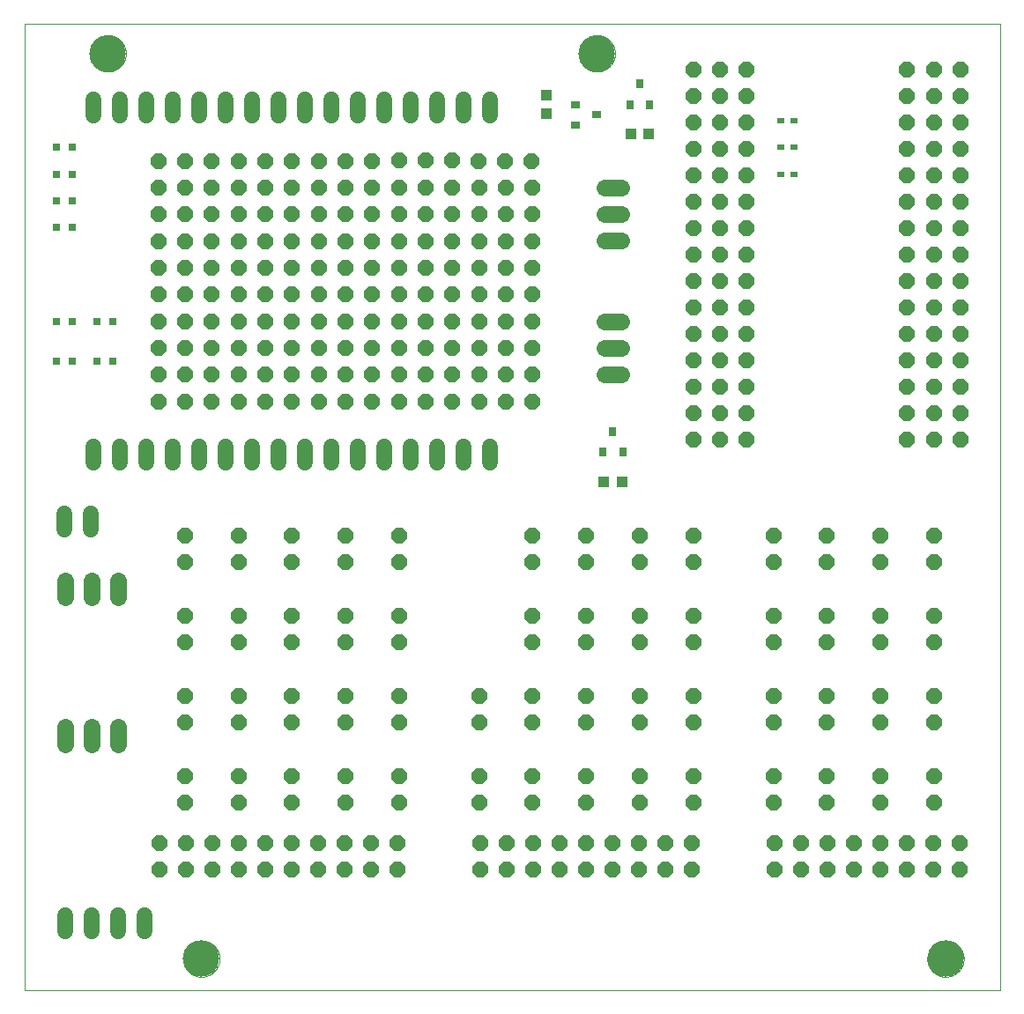
<source format=gts>
G75*
%MOIN*%
%OFA0B0*%
%FSLAX25Y25*%
%IPPOS*%
%LPD*%
%AMOC8*
5,1,8,0,0,1.08239X$1,22.5*
%
%ADD10C,0.00000*%
%ADD11C,0.13780*%
%ADD12OC8,0.06000*%
%ADD13C,0.06000*%
%ADD14C,0.06496*%
%ADD15R,0.03150X0.03150*%
%ADD16R,0.03543X0.03150*%
%ADD17R,0.04331X0.03937*%
%ADD18R,0.03150X0.03543*%
%ADD19R,0.03937X0.04331*%
%ADD20R,0.02756X0.01969*%
D10*
X0001347Y0001000D02*
X0001347Y0366551D01*
X0370402Y0366551D01*
X0370402Y0001000D01*
X0001347Y0001000D01*
X0061386Y0012811D02*
X0061388Y0012980D01*
X0061394Y0013149D01*
X0061405Y0013318D01*
X0061419Y0013486D01*
X0061438Y0013654D01*
X0061461Y0013822D01*
X0061487Y0013989D01*
X0061518Y0014155D01*
X0061553Y0014321D01*
X0061592Y0014485D01*
X0061636Y0014649D01*
X0061683Y0014811D01*
X0061734Y0014972D01*
X0061789Y0015132D01*
X0061848Y0015291D01*
X0061910Y0015448D01*
X0061977Y0015603D01*
X0062048Y0015757D01*
X0062122Y0015909D01*
X0062200Y0016059D01*
X0062281Y0016207D01*
X0062366Y0016353D01*
X0062455Y0016497D01*
X0062547Y0016639D01*
X0062643Y0016778D01*
X0062742Y0016915D01*
X0062844Y0017050D01*
X0062950Y0017182D01*
X0063059Y0017311D01*
X0063171Y0017438D01*
X0063286Y0017562D01*
X0063404Y0017683D01*
X0063525Y0017801D01*
X0063649Y0017916D01*
X0063776Y0018028D01*
X0063905Y0018137D01*
X0064037Y0018243D01*
X0064172Y0018345D01*
X0064309Y0018444D01*
X0064448Y0018540D01*
X0064590Y0018632D01*
X0064734Y0018721D01*
X0064880Y0018806D01*
X0065028Y0018887D01*
X0065178Y0018965D01*
X0065330Y0019039D01*
X0065484Y0019110D01*
X0065639Y0019177D01*
X0065796Y0019239D01*
X0065955Y0019298D01*
X0066115Y0019353D01*
X0066276Y0019404D01*
X0066438Y0019451D01*
X0066602Y0019495D01*
X0066766Y0019534D01*
X0066932Y0019569D01*
X0067098Y0019600D01*
X0067265Y0019626D01*
X0067433Y0019649D01*
X0067601Y0019668D01*
X0067769Y0019682D01*
X0067938Y0019693D01*
X0068107Y0019699D01*
X0068276Y0019701D01*
X0068445Y0019699D01*
X0068614Y0019693D01*
X0068783Y0019682D01*
X0068951Y0019668D01*
X0069119Y0019649D01*
X0069287Y0019626D01*
X0069454Y0019600D01*
X0069620Y0019569D01*
X0069786Y0019534D01*
X0069950Y0019495D01*
X0070114Y0019451D01*
X0070276Y0019404D01*
X0070437Y0019353D01*
X0070597Y0019298D01*
X0070756Y0019239D01*
X0070913Y0019177D01*
X0071068Y0019110D01*
X0071222Y0019039D01*
X0071374Y0018965D01*
X0071524Y0018887D01*
X0071672Y0018806D01*
X0071818Y0018721D01*
X0071962Y0018632D01*
X0072104Y0018540D01*
X0072243Y0018444D01*
X0072380Y0018345D01*
X0072515Y0018243D01*
X0072647Y0018137D01*
X0072776Y0018028D01*
X0072903Y0017916D01*
X0073027Y0017801D01*
X0073148Y0017683D01*
X0073266Y0017562D01*
X0073381Y0017438D01*
X0073493Y0017311D01*
X0073602Y0017182D01*
X0073708Y0017050D01*
X0073810Y0016915D01*
X0073909Y0016778D01*
X0074005Y0016639D01*
X0074097Y0016497D01*
X0074186Y0016353D01*
X0074271Y0016207D01*
X0074352Y0016059D01*
X0074430Y0015909D01*
X0074504Y0015757D01*
X0074575Y0015603D01*
X0074642Y0015448D01*
X0074704Y0015291D01*
X0074763Y0015132D01*
X0074818Y0014972D01*
X0074869Y0014811D01*
X0074916Y0014649D01*
X0074960Y0014485D01*
X0074999Y0014321D01*
X0075034Y0014155D01*
X0075065Y0013989D01*
X0075091Y0013822D01*
X0075114Y0013654D01*
X0075133Y0013486D01*
X0075147Y0013318D01*
X0075158Y0013149D01*
X0075164Y0012980D01*
X0075166Y0012811D01*
X0075164Y0012642D01*
X0075158Y0012473D01*
X0075147Y0012304D01*
X0075133Y0012136D01*
X0075114Y0011968D01*
X0075091Y0011800D01*
X0075065Y0011633D01*
X0075034Y0011467D01*
X0074999Y0011301D01*
X0074960Y0011137D01*
X0074916Y0010973D01*
X0074869Y0010811D01*
X0074818Y0010650D01*
X0074763Y0010490D01*
X0074704Y0010331D01*
X0074642Y0010174D01*
X0074575Y0010019D01*
X0074504Y0009865D01*
X0074430Y0009713D01*
X0074352Y0009563D01*
X0074271Y0009415D01*
X0074186Y0009269D01*
X0074097Y0009125D01*
X0074005Y0008983D01*
X0073909Y0008844D01*
X0073810Y0008707D01*
X0073708Y0008572D01*
X0073602Y0008440D01*
X0073493Y0008311D01*
X0073381Y0008184D01*
X0073266Y0008060D01*
X0073148Y0007939D01*
X0073027Y0007821D01*
X0072903Y0007706D01*
X0072776Y0007594D01*
X0072647Y0007485D01*
X0072515Y0007379D01*
X0072380Y0007277D01*
X0072243Y0007178D01*
X0072104Y0007082D01*
X0071962Y0006990D01*
X0071818Y0006901D01*
X0071672Y0006816D01*
X0071524Y0006735D01*
X0071374Y0006657D01*
X0071222Y0006583D01*
X0071068Y0006512D01*
X0070913Y0006445D01*
X0070756Y0006383D01*
X0070597Y0006324D01*
X0070437Y0006269D01*
X0070276Y0006218D01*
X0070114Y0006171D01*
X0069950Y0006127D01*
X0069786Y0006088D01*
X0069620Y0006053D01*
X0069454Y0006022D01*
X0069287Y0005996D01*
X0069119Y0005973D01*
X0068951Y0005954D01*
X0068783Y0005940D01*
X0068614Y0005929D01*
X0068445Y0005923D01*
X0068276Y0005921D01*
X0068107Y0005923D01*
X0067938Y0005929D01*
X0067769Y0005940D01*
X0067601Y0005954D01*
X0067433Y0005973D01*
X0067265Y0005996D01*
X0067098Y0006022D01*
X0066932Y0006053D01*
X0066766Y0006088D01*
X0066602Y0006127D01*
X0066438Y0006171D01*
X0066276Y0006218D01*
X0066115Y0006269D01*
X0065955Y0006324D01*
X0065796Y0006383D01*
X0065639Y0006445D01*
X0065484Y0006512D01*
X0065330Y0006583D01*
X0065178Y0006657D01*
X0065028Y0006735D01*
X0064880Y0006816D01*
X0064734Y0006901D01*
X0064590Y0006990D01*
X0064448Y0007082D01*
X0064309Y0007178D01*
X0064172Y0007277D01*
X0064037Y0007379D01*
X0063905Y0007485D01*
X0063776Y0007594D01*
X0063649Y0007706D01*
X0063525Y0007821D01*
X0063404Y0007939D01*
X0063286Y0008060D01*
X0063171Y0008184D01*
X0063059Y0008311D01*
X0062950Y0008440D01*
X0062844Y0008572D01*
X0062742Y0008707D01*
X0062643Y0008844D01*
X0062547Y0008983D01*
X0062455Y0009125D01*
X0062366Y0009269D01*
X0062281Y0009415D01*
X0062200Y0009563D01*
X0062122Y0009713D01*
X0062048Y0009865D01*
X0061977Y0010019D01*
X0061910Y0010174D01*
X0061848Y0010331D01*
X0061789Y0010490D01*
X0061734Y0010650D01*
X0061683Y0010811D01*
X0061636Y0010973D01*
X0061592Y0011137D01*
X0061553Y0011301D01*
X0061518Y0011467D01*
X0061487Y0011633D01*
X0061461Y0011800D01*
X0061438Y0011968D01*
X0061419Y0012136D01*
X0061405Y0012304D01*
X0061394Y0012473D01*
X0061388Y0012642D01*
X0061386Y0012811D01*
X0342882Y0012811D02*
X0342884Y0012980D01*
X0342890Y0013149D01*
X0342901Y0013318D01*
X0342915Y0013486D01*
X0342934Y0013654D01*
X0342957Y0013822D01*
X0342983Y0013989D01*
X0343014Y0014155D01*
X0343049Y0014321D01*
X0343088Y0014485D01*
X0343132Y0014649D01*
X0343179Y0014811D01*
X0343230Y0014972D01*
X0343285Y0015132D01*
X0343344Y0015291D01*
X0343406Y0015448D01*
X0343473Y0015603D01*
X0343544Y0015757D01*
X0343618Y0015909D01*
X0343696Y0016059D01*
X0343777Y0016207D01*
X0343862Y0016353D01*
X0343951Y0016497D01*
X0344043Y0016639D01*
X0344139Y0016778D01*
X0344238Y0016915D01*
X0344340Y0017050D01*
X0344446Y0017182D01*
X0344555Y0017311D01*
X0344667Y0017438D01*
X0344782Y0017562D01*
X0344900Y0017683D01*
X0345021Y0017801D01*
X0345145Y0017916D01*
X0345272Y0018028D01*
X0345401Y0018137D01*
X0345533Y0018243D01*
X0345668Y0018345D01*
X0345805Y0018444D01*
X0345944Y0018540D01*
X0346086Y0018632D01*
X0346230Y0018721D01*
X0346376Y0018806D01*
X0346524Y0018887D01*
X0346674Y0018965D01*
X0346826Y0019039D01*
X0346980Y0019110D01*
X0347135Y0019177D01*
X0347292Y0019239D01*
X0347451Y0019298D01*
X0347611Y0019353D01*
X0347772Y0019404D01*
X0347934Y0019451D01*
X0348098Y0019495D01*
X0348262Y0019534D01*
X0348428Y0019569D01*
X0348594Y0019600D01*
X0348761Y0019626D01*
X0348929Y0019649D01*
X0349097Y0019668D01*
X0349265Y0019682D01*
X0349434Y0019693D01*
X0349603Y0019699D01*
X0349772Y0019701D01*
X0349941Y0019699D01*
X0350110Y0019693D01*
X0350279Y0019682D01*
X0350447Y0019668D01*
X0350615Y0019649D01*
X0350783Y0019626D01*
X0350950Y0019600D01*
X0351116Y0019569D01*
X0351282Y0019534D01*
X0351446Y0019495D01*
X0351610Y0019451D01*
X0351772Y0019404D01*
X0351933Y0019353D01*
X0352093Y0019298D01*
X0352252Y0019239D01*
X0352409Y0019177D01*
X0352564Y0019110D01*
X0352718Y0019039D01*
X0352870Y0018965D01*
X0353020Y0018887D01*
X0353168Y0018806D01*
X0353314Y0018721D01*
X0353458Y0018632D01*
X0353600Y0018540D01*
X0353739Y0018444D01*
X0353876Y0018345D01*
X0354011Y0018243D01*
X0354143Y0018137D01*
X0354272Y0018028D01*
X0354399Y0017916D01*
X0354523Y0017801D01*
X0354644Y0017683D01*
X0354762Y0017562D01*
X0354877Y0017438D01*
X0354989Y0017311D01*
X0355098Y0017182D01*
X0355204Y0017050D01*
X0355306Y0016915D01*
X0355405Y0016778D01*
X0355501Y0016639D01*
X0355593Y0016497D01*
X0355682Y0016353D01*
X0355767Y0016207D01*
X0355848Y0016059D01*
X0355926Y0015909D01*
X0356000Y0015757D01*
X0356071Y0015603D01*
X0356138Y0015448D01*
X0356200Y0015291D01*
X0356259Y0015132D01*
X0356314Y0014972D01*
X0356365Y0014811D01*
X0356412Y0014649D01*
X0356456Y0014485D01*
X0356495Y0014321D01*
X0356530Y0014155D01*
X0356561Y0013989D01*
X0356587Y0013822D01*
X0356610Y0013654D01*
X0356629Y0013486D01*
X0356643Y0013318D01*
X0356654Y0013149D01*
X0356660Y0012980D01*
X0356662Y0012811D01*
X0356660Y0012642D01*
X0356654Y0012473D01*
X0356643Y0012304D01*
X0356629Y0012136D01*
X0356610Y0011968D01*
X0356587Y0011800D01*
X0356561Y0011633D01*
X0356530Y0011467D01*
X0356495Y0011301D01*
X0356456Y0011137D01*
X0356412Y0010973D01*
X0356365Y0010811D01*
X0356314Y0010650D01*
X0356259Y0010490D01*
X0356200Y0010331D01*
X0356138Y0010174D01*
X0356071Y0010019D01*
X0356000Y0009865D01*
X0355926Y0009713D01*
X0355848Y0009563D01*
X0355767Y0009415D01*
X0355682Y0009269D01*
X0355593Y0009125D01*
X0355501Y0008983D01*
X0355405Y0008844D01*
X0355306Y0008707D01*
X0355204Y0008572D01*
X0355098Y0008440D01*
X0354989Y0008311D01*
X0354877Y0008184D01*
X0354762Y0008060D01*
X0354644Y0007939D01*
X0354523Y0007821D01*
X0354399Y0007706D01*
X0354272Y0007594D01*
X0354143Y0007485D01*
X0354011Y0007379D01*
X0353876Y0007277D01*
X0353739Y0007178D01*
X0353600Y0007082D01*
X0353458Y0006990D01*
X0353314Y0006901D01*
X0353168Y0006816D01*
X0353020Y0006735D01*
X0352870Y0006657D01*
X0352718Y0006583D01*
X0352564Y0006512D01*
X0352409Y0006445D01*
X0352252Y0006383D01*
X0352093Y0006324D01*
X0351933Y0006269D01*
X0351772Y0006218D01*
X0351610Y0006171D01*
X0351446Y0006127D01*
X0351282Y0006088D01*
X0351116Y0006053D01*
X0350950Y0006022D01*
X0350783Y0005996D01*
X0350615Y0005973D01*
X0350447Y0005954D01*
X0350279Y0005940D01*
X0350110Y0005929D01*
X0349941Y0005923D01*
X0349772Y0005921D01*
X0349603Y0005923D01*
X0349434Y0005929D01*
X0349265Y0005940D01*
X0349097Y0005954D01*
X0348929Y0005973D01*
X0348761Y0005996D01*
X0348594Y0006022D01*
X0348428Y0006053D01*
X0348262Y0006088D01*
X0348098Y0006127D01*
X0347934Y0006171D01*
X0347772Y0006218D01*
X0347611Y0006269D01*
X0347451Y0006324D01*
X0347292Y0006383D01*
X0347135Y0006445D01*
X0346980Y0006512D01*
X0346826Y0006583D01*
X0346674Y0006657D01*
X0346524Y0006735D01*
X0346376Y0006816D01*
X0346230Y0006901D01*
X0346086Y0006990D01*
X0345944Y0007082D01*
X0345805Y0007178D01*
X0345668Y0007277D01*
X0345533Y0007379D01*
X0345401Y0007485D01*
X0345272Y0007594D01*
X0345145Y0007706D01*
X0345021Y0007821D01*
X0344900Y0007939D01*
X0344782Y0008060D01*
X0344667Y0008184D01*
X0344555Y0008311D01*
X0344446Y0008440D01*
X0344340Y0008572D01*
X0344238Y0008707D01*
X0344139Y0008844D01*
X0344043Y0008983D01*
X0343951Y0009125D01*
X0343862Y0009269D01*
X0343777Y0009415D01*
X0343696Y0009563D01*
X0343618Y0009713D01*
X0343544Y0009865D01*
X0343473Y0010019D01*
X0343406Y0010174D01*
X0343344Y0010331D01*
X0343285Y0010490D01*
X0343230Y0010650D01*
X0343179Y0010811D01*
X0343132Y0010973D01*
X0343088Y0011137D01*
X0343049Y0011301D01*
X0343014Y0011467D01*
X0342983Y0011633D01*
X0342957Y0011800D01*
X0342934Y0011968D01*
X0342915Y0012136D01*
X0342901Y0012304D01*
X0342890Y0012473D01*
X0342884Y0012642D01*
X0342882Y0012811D01*
X0210993Y0355331D02*
X0210995Y0355500D01*
X0211001Y0355669D01*
X0211012Y0355838D01*
X0211026Y0356006D01*
X0211045Y0356174D01*
X0211068Y0356342D01*
X0211094Y0356509D01*
X0211125Y0356675D01*
X0211160Y0356841D01*
X0211199Y0357005D01*
X0211243Y0357169D01*
X0211290Y0357331D01*
X0211341Y0357492D01*
X0211396Y0357652D01*
X0211455Y0357811D01*
X0211517Y0357968D01*
X0211584Y0358123D01*
X0211655Y0358277D01*
X0211729Y0358429D01*
X0211807Y0358579D01*
X0211888Y0358727D01*
X0211973Y0358873D01*
X0212062Y0359017D01*
X0212154Y0359159D01*
X0212250Y0359298D01*
X0212349Y0359435D01*
X0212451Y0359570D01*
X0212557Y0359702D01*
X0212666Y0359831D01*
X0212778Y0359958D01*
X0212893Y0360082D01*
X0213011Y0360203D01*
X0213132Y0360321D01*
X0213256Y0360436D01*
X0213383Y0360548D01*
X0213512Y0360657D01*
X0213644Y0360763D01*
X0213779Y0360865D01*
X0213916Y0360964D01*
X0214055Y0361060D01*
X0214197Y0361152D01*
X0214341Y0361241D01*
X0214487Y0361326D01*
X0214635Y0361407D01*
X0214785Y0361485D01*
X0214937Y0361559D01*
X0215091Y0361630D01*
X0215246Y0361697D01*
X0215403Y0361759D01*
X0215562Y0361818D01*
X0215722Y0361873D01*
X0215883Y0361924D01*
X0216045Y0361971D01*
X0216209Y0362015D01*
X0216373Y0362054D01*
X0216539Y0362089D01*
X0216705Y0362120D01*
X0216872Y0362146D01*
X0217040Y0362169D01*
X0217208Y0362188D01*
X0217376Y0362202D01*
X0217545Y0362213D01*
X0217714Y0362219D01*
X0217883Y0362221D01*
X0218052Y0362219D01*
X0218221Y0362213D01*
X0218390Y0362202D01*
X0218558Y0362188D01*
X0218726Y0362169D01*
X0218894Y0362146D01*
X0219061Y0362120D01*
X0219227Y0362089D01*
X0219393Y0362054D01*
X0219557Y0362015D01*
X0219721Y0361971D01*
X0219883Y0361924D01*
X0220044Y0361873D01*
X0220204Y0361818D01*
X0220363Y0361759D01*
X0220520Y0361697D01*
X0220675Y0361630D01*
X0220829Y0361559D01*
X0220981Y0361485D01*
X0221131Y0361407D01*
X0221279Y0361326D01*
X0221425Y0361241D01*
X0221569Y0361152D01*
X0221711Y0361060D01*
X0221850Y0360964D01*
X0221987Y0360865D01*
X0222122Y0360763D01*
X0222254Y0360657D01*
X0222383Y0360548D01*
X0222510Y0360436D01*
X0222634Y0360321D01*
X0222755Y0360203D01*
X0222873Y0360082D01*
X0222988Y0359958D01*
X0223100Y0359831D01*
X0223209Y0359702D01*
X0223315Y0359570D01*
X0223417Y0359435D01*
X0223516Y0359298D01*
X0223612Y0359159D01*
X0223704Y0359017D01*
X0223793Y0358873D01*
X0223878Y0358727D01*
X0223959Y0358579D01*
X0224037Y0358429D01*
X0224111Y0358277D01*
X0224182Y0358123D01*
X0224249Y0357968D01*
X0224311Y0357811D01*
X0224370Y0357652D01*
X0224425Y0357492D01*
X0224476Y0357331D01*
X0224523Y0357169D01*
X0224567Y0357005D01*
X0224606Y0356841D01*
X0224641Y0356675D01*
X0224672Y0356509D01*
X0224698Y0356342D01*
X0224721Y0356174D01*
X0224740Y0356006D01*
X0224754Y0355838D01*
X0224765Y0355669D01*
X0224771Y0355500D01*
X0224773Y0355331D01*
X0224771Y0355162D01*
X0224765Y0354993D01*
X0224754Y0354824D01*
X0224740Y0354656D01*
X0224721Y0354488D01*
X0224698Y0354320D01*
X0224672Y0354153D01*
X0224641Y0353987D01*
X0224606Y0353821D01*
X0224567Y0353657D01*
X0224523Y0353493D01*
X0224476Y0353331D01*
X0224425Y0353170D01*
X0224370Y0353010D01*
X0224311Y0352851D01*
X0224249Y0352694D01*
X0224182Y0352539D01*
X0224111Y0352385D01*
X0224037Y0352233D01*
X0223959Y0352083D01*
X0223878Y0351935D01*
X0223793Y0351789D01*
X0223704Y0351645D01*
X0223612Y0351503D01*
X0223516Y0351364D01*
X0223417Y0351227D01*
X0223315Y0351092D01*
X0223209Y0350960D01*
X0223100Y0350831D01*
X0222988Y0350704D01*
X0222873Y0350580D01*
X0222755Y0350459D01*
X0222634Y0350341D01*
X0222510Y0350226D01*
X0222383Y0350114D01*
X0222254Y0350005D01*
X0222122Y0349899D01*
X0221987Y0349797D01*
X0221850Y0349698D01*
X0221711Y0349602D01*
X0221569Y0349510D01*
X0221425Y0349421D01*
X0221279Y0349336D01*
X0221131Y0349255D01*
X0220981Y0349177D01*
X0220829Y0349103D01*
X0220675Y0349032D01*
X0220520Y0348965D01*
X0220363Y0348903D01*
X0220204Y0348844D01*
X0220044Y0348789D01*
X0219883Y0348738D01*
X0219721Y0348691D01*
X0219557Y0348647D01*
X0219393Y0348608D01*
X0219227Y0348573D01*
X0219061Y0348542D01*
X0218894Y0348516D01*
X0218726Y0348493D01*
X0218558Y0348474D01*
X0218390Y0348460D01*
X0218221Y0348449D01*
X0218052Y0348443D01*
X0217883Y0348441D01*
X0217714Y0348443D01*
X0217545Y0348449D01*
X0217376Y0348460D01*
X0217208Y0348474D01*
X0217040Y0348493D01*
X0216872Y0348516D01*
X0216705Y0348542D01*
X0216539Y0348573D01*
X0216373Y0348608D01*
X0216209Y0348647D01*
X0216045Y0348691D01*
X0215883Y0348738D01*
X0215722Y0348789D01*
X0215562Y0348844D01*
X0215403Y0348903D01*
X0215246Y0348965D01*
X0215091Y0349032D01*
X0214937Y0349103D01*
X0214785Y0349177D01*
X0214635Y0349255D01*
X0214487Y0349336D01*
X0214341Y0349421D01*
X0214197Y0349510D01*
X0214055Y0349602D01*
X0213916Y0349698D01*
X0213779Y0349797D01*
X0213644Y0349899D01*
X0213512Y0350005D01*
X0213383Y0350114D01*
X0213256Y0350226D01*
X0213132Y0350341D01*
X0213011Y0350459D01*
X0212893Y0350580D01*
X0212778Y0350704D01*
X0212666Y0350831D01*
X0212557Y0350960D01*
X0212451Y0351092D01*
X0212349Y0351227D01*
X0212250Y0351364D01*
X0212154Y0351503D01*
X0212062Y0351645D01*
X0211973Y0351789D01*
X0211888Y0351935D01*
X0211807Y0352083D01*
X0211729Y0352233D01*
X0211655Y0352385D01*
X0211584Y0352539D01*
X0211517Y0352694D01*
X0211455Y0352851D01*
X0211396Y0353010D01*
X0211341Y0353170D01*
X0211290Y0353331D01*
X0211243Y0353493D01*
X0211199Y0353657D01*
X0211160Y0353821D01*
X0211125Y0353987D01*
X0211094Y0354153D01*
X0211068Y0354320D01*
X0211045Y0354488D01*
X0211026Y0354656D01*
X0211012Y0354824D01*
X0211001Y0354993D01*
X0210995Y0355162D01*
X0210993Y0355331D01*
X0025953Y0355331D02*
X0025955Y0355500D01*
X0025961Y0355669D01*
X0025972Y0355838D01*
X0025986Y0356006D01*
X0026005Y0356174D01*
X0026028Y0356342D01*
X0026054Y0356509D01*
X0026085Y0356675D01*
X0026120Y0356841D01*
X0026159Y0357005D01*
X0026203Y0357169D01*
X0026250Y0357331D01*
X0026301Y0357492D01*
X0026356Y0357652D01*
X0026415Y0357811D01*
X0026477Y0357968D01*
X0026544Y0358123D01*
X0026615Y0358277D01*
X0026689Y0358429D01*
X0026767Y0358579D01*
X0026848Y0358727D01*
X0026933Y0358873D01*
X0027022Y0359017D01*
X0027114Y0359159D01*
X0027210Y0359298D01*
X0027309Y0359435D01*
X0027411Y0359570D01*
X0027517Y0359702D01*
X0027626Y0359831D01*
X0027738Y0359958D01*
X0027853Y0360082D01*
X0027971Y0360203D01*
X0028092Y0360321D01*
X0028216Y0360436D01*
X0028343Y0360548D01*
X0028472Y0360657D01*
X0028604Y0360763D01*
X0028739Y0360865D01*
X0028876Y0360964D01*
X0029015Y0361060D01*
X0029157Y0361152D01*
X0029301Y0361241D01*
X0029447Y0361326D01*
X0029595Y0361407D01*
X0029745Y0361485D01*
X0029897Y0361559D01*
X0030051Y0361630D01*
X0030206Y0361697D01*
X0030363Y0361759D01*
X0030522Y0361818D01*
X0030682Y0361873D01*
X0030843Y0361924D01*
X0031005Y0361971D01*
X0031169Y0362015D01*
X0031333Y0362054D01*
X0031499Y0362089D01*
X0031665Y0362120D01*
X0031832Y0362146D01*
X0032000Y0362169D01*
X0032168Y0362188D01*
X0032336Y0362202D01*
X0032505Y0362213D01*
X0032674Y0362219D01*
X0032843Y0362221D01*
X0033012Y0362219D01*
X0033181Y0362213D01*
X0033350Y0362202D01*
X0033518Y0362188D01*
X0033686Y0362169D01*
X0033854Y0362146D01*
X0034021Y0362120D01*
X0034187Y0362089D01*
X0034353Y0362054D01*
X0034517Y0362015D01*
X0034681Y0361971D01*
X0034843Y0361924D01*
X0035004Y0361873D01*
X0035164Y0361818D01*
X0035323Y0361759D01*
X0035480Y0361697D01*
X0035635Y0361630D01*
X0035789Y0361559D01*
X0035941Y0361485D01*
X0036091Y0361407D01*
X0036239Y0361326D01*
X0036385Y0361241D01*
X0036529Y0361152D01*
X0036671Y0361060D01*
X0036810Y0360964D01*
X0036947Y0360865D01*
X0037082Y0360763D01*
X0037214Y0360657D01*
X0037343Y0360548D01*
X0037470Y0360436D01*
X0037594Y0360321D01*
X0037715Y0360203D01*
X0037833Y0360082D01*
X0037948Y0359958D01*
X0038060Y0359831D01*
X0038169Y0359702D01*
X0038275Y0359570D01*
X0038377Y0359435D01*
X0038476Y0359298D01*
X0038572Y0359159D01*
X0038664Y0359017D01*
X0038753Y0358873D01*
X0038838Y0358727D01*
X0038919Y0358579D01*
X0038997Y0358429D01*
X0039071Y0358277D01*
X0039142Y0358123D01*
X0039209Y0357968D01*
X0039271Y0357811D01*
X0039330Y0357652D01*
X0039385Y0357492D01*
X0039436Y0357331D01*
X0039483Y0357169D01*
X0039527Y0357005D01*
X0039566Y0356841D01*
X0039601Y0356675D01*
X0039632Y0356509D01*
X0039658Y0356342D01*
X0039681Y0356174D01*
X0039700Y0356006D01*
X0039714Y0355838D01*
X0039725Y0355669D01*
X0039731Y0355500D01*
X0039733Y0355331D01*
X0039731Y0355162D01*
X0039725Y0354993D01*
X0039714Y0354824D01*
X0039700Y0354656D01*
X0039681Y0354488D01*
X0039658Y0354320D01*
X0039632Y0354153D01*
X0039601Y0353987D01*
X0039566Y0353821D01*
X0039527Y0353657D01*
X0039483Y0353493D01*
X0039436Y0353331D01*
X0039385Y0353170D01*
X0039330Y0353010D01*
X0039271Y0352851D01*
X0039209Y0352694D01*
X0039142Y0352539D01*
X0039071Y0352385D01*
X0038997Y0352233D01*
X0038919Y0352083D01*
X0038838Y0351935D01*
X0038753Y0351789D01*
X0038664Y0351645D01*
X0038572Y0351503D01*
X0038476Y0351364D01*
X0038377Y0351227D01*
X0038275Y0351092D01*
X0038169Y0350960D01*
X0038060Y0350831D01*
X0037948Y0350704D01*
X0037833Y0350580D01*
X0037715Y0350459D01*
X0037594Y0350341D01*
X0037470Y0350226D01*
X0037343Y0350114D01*
X0037214Y0350005D01*
X0037082Y0349899D01*
X0036947Y0349797D01*
X0036810Y0349698D01*
X0036671Y0349602D01*
X0036529Y0349510D01*
X0036385Y0349421D01*
X0036239Y0349336D01*
X0036091Y0349255D01*
X0035941Y0349177D01*
X0035789Y0349103D01*
X0035635Y0349032D01*
X0035480Y0348965D01*
X0035323Y0348903D01*
X0035164Y0348844D01*
X0035004Y0348789D01*
X0034843Y0348738D01*
X0034681Y0348691D01*
X0034517Y0348647D01*
X0034353Y0348608D01*
X0034187Y0348573D01*
X0034021Y0348542D01*
X0033854Y0348516D01*
X0033686Y0348493D01*
X0033518Y0348474D01*
X0033350Y0348460D01*
X0033181Y0348449D01*
X0033012Y0348443D01*
X0032843Y0348441D01*
X0032674Y0348443D01*
X0032505Y0348449D01*
X0032336Y0348460D01*
X0032168Y0348474D01*
X0032000Y0348493D01*
X0031832Y0348516D01*
X0031665Y0348542D01*
X0031499Y0348573D01*
X0031333Y0348608D01*
X0031169Y0348647D01*
X0031005Y0348691D01*
X0030843Y0348738D01*
X0030682Y0348789D01*
X0030522Y0348844D01*
X0030363Y0348903D01*
X0030206Y0348965D01*
X0030051Y0349032D01*
X0029897Y0349103D01*
X0029745Y0349177D01*
X0029595Y0349255D01*
X0029447Y0349336D01*
X0029301Y0349421D01*
X0029157Y0349510D01*
X0029015Y0349602D01*
X0028876Y0349698D01*
X0028739Y0349797D01*
X0028604Y0349899D01*
X0028472Y0350005D01*
X0028343Y0350114D01*
X0028216Y0350226D01*
X0028092Y0350341D01*
X0027971Y0350459D01*
X0027853Y0350580D01*
X0027738Y0350704D01*
X0027626Y0350831D01*
X0027517Y0350960D01*
X0027411Y0351092D01*
X0027309Y0351227D01*
X0027210Y0351364D01*
X0027114Y0351503D01*
X0027022Y0351645D01*
X0026933Y0351789D01*
X0026848Y0351935D01*
X0026767Y0352083D01*
X0026689Y0352233D01*
X0026615Y0352385D01*
X0026544Y0352539D01*
X0026477Y0352694D01*
X0026415Y0352851D01*
X0026356Y0353010D01*
X0026301Y0353170D01*
X0026250Y0353331D01*
X0026203Y0353493D01*
X0026159Y0353657D01*
X0026120Y0353821D01*
X0026085Y0353987D01*
X0026054Y0354153D01*
X0026028Y0354320D01*
X0026005Y0354488D01*
X0025986Y0354656D01*
X0025972Y0354824D01*
X0025961Y0354993D01*
X0025955Y0355162D01*
X0025953Y0355331D01*
D11*
X0032843Y0355331D03*
X0217883Y0355331D03*
X0349772Y0012811D03*
X0068276Y0012811D03*
D12*
X0072469Y0046591D03*
X0072469Y0056591D03*
X0062469Y0056591D03*
X0052469Y0056591D03*
X0052469Y0046591D03*
X0062469Y0046591D03*
X0082469Y0046591D03*
X0092469Y0046591D03*
X0092469Y0056591D03*
X0082469Y0056591D03*
X0082292Y0071827D03*
X0082292Y0081945D03*
X0082292Y0102181D03*
X0082292Y0112299D03*
X0102528Y0112299D03*
X0102528Y0102181D03*
X0102528Y0081945D03*
X0102528Y0071827D03*
X0102469Y0056591D03*
X0112469Y0056591D03*
X0122469Y0056591D03*
X0132469Y0056591D03*
X0142469Y0056591D03*
X0142469Y0046591D03*
X0132469Y0046591D03*
X0122469Y0046591D03*
X0112469Y0046591D03*
X0102469Y0046591D03*
X0122764Y0071827D03*
X0122764Y0081945D03*
X0122764Y0102181D03*
X0122764Y0112299D03*
X0143001Y0112299D03*
X0143001Y0102181D03*
X0143001Y0081945D03*
X0143001Y0071827D03*
X0173355Y0071827D03*
X0173355Y0081945D03*
X0173355Y0102181D03*
X0173355Y0112299D03*
X0193591Y0112299D03*
X0193591Y0102181D03*
X0193591Y0081945D03*
X0193591Y0071827D03*
X0193827Y0056591D03*
X0203827Y0056591D03*
X0203827Y0046591D03*
X0193827Y0046591D03*
X0183827Y0046591D03*
X0173827Y0046591D03*
X0173827Y0056591D03*
X0183827Y0056591D03*
X0213827Y0056591D03*
X0213827Y0046591D03*
X0223827Y0046591D03*
X0233827Y0046591D03*
X0233827Y0056591D03*
X0223827Y0056591D03*
X0213827Y0071827D03*
X0213827Y0081945D03*
X0213827Y0102181D03*
X0213827Y0112299D03*
X0213827Y0132535D03*
X0213827Y0142654D03*
X0193591Y0142654D03*
X0193591Y0132535D03*
X0193591Y0162890D03*
X0193591Y0173008D03*
X0213827Y0173008D03*
X0213827Y0162890D03*
X0234064Y0162890D03*
X0234064Y0173008D03*
X0254300Y0173008D03*
X0254300Y0162890D03*
X0254300Y0142654D03*
X0254300Y0132535D03*
X0234064Y0132535D03*
X0234064Y0142654D03*
X0234064Y0112299D03*
X0234064Y0102181D03*
X0254300Y0102181D03*
X0254300Y0112299D03*
X0254300Y0081945D03*
X0254300Y0071827D03*
X0253827Y0056591D03*
X0243827Y0056591D03*
X0243827Y0046591D03*
X0253827Y0046591D03*
X0234064Y0071827D03*
X0234064Y0081945D03*
X0284654Y0081945D03*
X0284654Y0071827D03*
X0285068Y0056591D03*
X0295068Y0056591D03*
X0305068Y0056591D03*
X0315068Y0056591D03*
X0325068Y0056591D03*
X0335068Y0056591D03*
X0345068Y0056591D03*
X0355068Y0056591D03*
X0355068Y0046591D03*
X0345068Y0046591D03*
X0335068Y0046591D03*
X0325068Y0046591D03*
X0315068Y0046591D03*
X0305068Y0046591D03*
X0295068Y0046591D03*
X0285068Y0046591D03*
X0304890Y0071827D03*
X0304890Y0081945D03*
X0304890Y0102181D03*
X0304890Y0112299D03*
X0325127Y0112299D03*
X0325127Y0102181D03*
X0345363Y0102181D03*
X0345363Y0112299D03*
X0345363Y0132535D03*
X0345363Y0142654D03*
X0325127Y0142654D03*
X0325127Y0132535D03*
X0304890Y0132535D03*
X0304890Y0142654D03*
X0284654Y0142654D03*
X0284654Y0132535D03*
X0284654Y0112299D03*
X0284654Y0102181D03*
X0325127Y0081945D03*
X0325127Y0071827D03*
X0345363Y0071827D03*
X0345363Y0081945D03*
X0345363Y0162890D03*
X0345363Y0173008D03*
X0325127Y0173008D03*
X0325127Y0162890D03*
X0304890Y0162890D03*
X0304890Y0173008D03*
X0284654Y0173008D03*
X0284654Y0162890D03*
X0274536Y0209248D03*
X0264418Y0209248D03*
X0264418Y0219248D03*
X0274536Y0219248D03*
X0274536Y0229248D03*
X0264418Y0229248D03*
X0264418Y0239248D03*
X0264418Y0249248D03*
X0274536Y0249248D03*
X0274536Y0239248D03*
X0274536Y0259248D03*
X0264418Y0259248D03*
X0264418Y0269248D03*
X0264418Y0279248D03*
X0274536Y0279248D03*
X0274536Y0269248D03*
X0274536Y0289248D03*
X0264418Y0289248D03*
X0264418Y0299248D03*
X0274536Y0299248D03*
X0274536Y0309248D03*
X0274536Y0319248D03*
X0264418Y0319248D03*
X0264418Y0309248D03*
X0254300Y0309248D03*
X0254300Y0319248D03*
X0254300Y0329248D03*
X0254300Y0339248D03*
X0254300Y0349248D03*
X0264418Y0349248D03*
X0274536Y0349248D03*
X0274536Y0339248D03*
X0264418Y0339248D03*
X0264418Y0329248D03*
X0274536Y0329248D03*
X0254300Y0299248D03*
X0254300Y0289248D03*
X0254300Y0279248D03*
X0254300Y0269248D03*
X0254300Y0259248D03*
X0254300Y0249248D03*
X0254300Y0239248D03*
X0254300Y0229248D03*
X0254300Y0219248D03*
X0254300Y0209248D03*
X0193473Y0223598D03*
X0183473Y0223598D03*
X0173473Y0223598D03*
X0173473Y0233717D03*
X0183473Y0233717D03*
X0193473Y0233717D03*
X0193473Y0243835D03*
X0183473Y0243835D03*
X0173473Y0243835D03*
X0173473Y0253953D03*
X0173473Y0264071D03*
X0183473Y0264071D03*
X0183473Y0253953D03*
X0193473Y0253953D03*
X0193473Y0264071D03*
X0193473Y0274189D03*
X0183473Y0274189D03*
X0173473Y0274189D03*
X0173473Y0284307D03*
X0183473Y0284307D03*
X0193473Y0284307D03*
X0193473Y0294425D03*
X0193473Y0304543D03*
X0183473Y0304543D03*
X0183473Y0294425D03*
X0173473Y0294425D03*
X0173473Y0304543D03*
X0173178Y0314598D03*
X0183178Y0314598D03*
X0193178Y0314598D03*
X0163178Y0314807D03*
X0153178Y0314807D03*
X0143178Y0314807D03*
X0143119Y0304543D03*
X0143119Y0294425D03*
X0153119Y0294425D03*
X0163119Y0294425D03*
X0163119Y0304543D03*
X0153119Y0304543D03*
X0153119Y0284307D03*
X0163119Y0284307D03*
X0163119Y0274189D03*
X0153119Y0274189D03*
X0143119Y0274189D03*
X0143119Y0284307D03*
X0132764Y0284307D03*
X0122764Y0284307D03*
X0112764Y0284307D03*
X0112764Y0274189D03*
X0122764Y0274189D03*
X0132764Y0274189D03*
X0132764Y0264071D03*
X0122764Y0264071D03*
X0122764Y0253953D03*
X0132764Y0253953D03*
X0132764Y0243835D03*
X0122764Y0243835D03*
X0112764Y0243835D03*
X0112764Y0253953D03*
X0112764Y0264071D03*
X0102410Y0264071D03*
X0102410Y0253953D03*
X0092410Y0253953D03*
X0082410Y0253953D03*
X0082410Y0264071D03*
X0092410Y0264071D03*
X0092410Y0274189D03*
X0082410Y0274189D03*
X0082410Y0284307D03*
X0092410Y0284307D03*
X0102410Y0284307D03*
X0102410Y0274189D03*
X0102410Y0294425D03*
X0102410Y0304543D03*
X0092410Y0304543D03*
X0082410Y0304543D03*
X0082410Y0294425D03*
X0092410Y0294425D03*
X0092410Y0314661D03*
X0082410Y0314661D03*
X0072056Y0314661D03*
X0062056Y0314661D03*
X0052056Y0314661D03*
X0052056Y0304543D03*
X0062056Y0304543D03*
X0062056Y0294425D03*
X0052056Y0294425D03*
X0052056Y0284307D03*
X0062056Y0284307D03*
X0072056Y0284307D03*
X0072056Y0274189D03*
X0062056Y0274189D03*
X0052056Y0274189D03*
X0052056Y0264071D03*
X0062056Y0264071D03*
X0062056Y0253953D03*
X0052056Y0253953D03*
X0052056Y0243835D03*
X0062056Y0243835D03*
X0072056Y0243835D03*
X0072056Y0253953D03*
X0072056Y0264071D03*
X0082410Y0243835D03*
X0092410Y0243835D03*
X0102410Y0243835D03*
X0102410Y0233717D03*
X0092410Y0233717D03*
X0082410Y0233717D03*
X0082410Y0223598D03*
X0092410Y0223598D03*
X0102410Y0223598D03*
X0112764Y0223598D03*
X0122764Y0223598D03*
X0132764Y0223598D03*
X0132764Y0233717D03*
X0122764Y0233717D03*
X0112764Y0233717D03*
X0143119Y0233717D03*
X0153119Y0233717D03*
X0163119Y0233717D03*
X0163119Y0243835D03*
X0153119Y0243835D03*
X0143119Y0243835D03*
X0143119Y0253953D03*
X0143119Y0264071D03*
X0153119Y0264071D03*
X0163119Y0264071D03*
X0163119Y0253953D03*
X0153119Y0253953D03*
X0153119Y0223598D03*
X0163119Y0223598D03*
X0143119Y0223598D03*
X0143001Y0173008D03*
X0143001Y0162890D03*
X0122764Y0162890D03*
X0122764Y0173008D03*
X0102528Y0173008D03*
X0102528Y0162890D03*
X0082292Y0162890D03*
X0082292Y0173008D03*
X0062056Y0173008D03*
X0062056Y0162890D03*
X0062056Y0142654D03*
X0062056Y0132535D03*
X0062056Y0112299D03*
X0062056Y0102181D03*
X0062056Y0081945D03*
X0062056Y0071827D03*
X0082292Y0132535D03*
X0082292Y0142654D03*
X0102528Y0142654D03*
X0102528Y0132535D03*
X0122764Y0132535D03*
X0122764Y0142654D03*
X0143001Y0142654D03*
X0143001Y0132535D03*
X0072056Y0223598D03*
X0062056Y0223598D03*
X0052056Y0223598D03*
X0052056Y0233717D03*
X0062056Y0233717D03*
X0072056Y0233717D03*
X0072056Y0294425D03*
X0072056Y0304543D03*
X0102410Y0314661D03*
X0112764Y0314661D03*
X0122764Y0314661D03*
X0132764Y0314661D03*
X0132764Y0304543D03*
X0122764Y0304543D03*
X0122764Y0294425D03*
X0132764Y0294425D03*
X0112764Y0294425D03*
X0112764Y0304543D03*
X0335245Y0309248D03*
X0335245Y0319248D03*
X0345363Y0319248D03*
X0345363Y0309248D03*
X0345363Y0299248D03*
X0335245Y0299248D03*
X0335245Y0289248D03*
X0345363Y0289248D03*
X0345363Y0279248D03*
X0345363Y0269248D03*
X0335245Y0269248D03*
X0335245Y0279248D03*
X0335245Y0259248D03*
X0345363Y0259248D03*
X0345363Y0249248D03*
X0345363Y0239248D03*
X0335245Y0239248D03*
X0335245Y0249248D03*
X0335245Y0229248D03*
X0345363Y0229248D03*
X0345363Y0219248D03*
X0335245Y0219248D03*
X0335245Y0209248D03*
X0345363Y0209248D03*
X0355481Y0209248D03*
X0355481Y0219248D03*
X0355481Y0229248D03*
X0355481Y0239248D03*
X0355481Y0249248D03*
X0355481Y0259248D03*
X0355481Y0269248D03*
X0355481Y0279248D03*
X0355481Y0289248D03*
X0355481Y0299248D03*
X0355481Y0309248D03*
X0355481Y0319248D03*
X0355481Y0329248D03*
X0355481Y0339248D03*
X0355481Y0349248D03*
X0345363Y0349248D03*
X0335245Y0349248D03*
X0335245Y0339248D03*
X0345363Y0339248D03*
X0345363Y0329248D03*
X0335245Y0329248D03*
D13*
X0177528Y0331898D02*
X0177528Y0337898D01*
X0167528Y0337898D02*
X0167528Y0331898D01*
X0157528Y0331898D02*
X0157528Y0337898D01*
X0147528Y0337898D02*
X0147528Y0331898D01*
X0137528Y0331898D02*
X0137528Y0337898D01*
X0127528Y0337898D02*
X0127528Y0331898D01*
X0117528Y0331898D02*
X0117528Y0337898D01*
X0107528Y0337898D02*
X0107528Y0331898D01*
X0097528Y0331898D02*
X0097528Y0337898D01*
X0087528Y0337898D02*
X0087528Y0331898D01*
X0077528Y0331898D02*
X0077528Y0337898D01*
X0067528Y0337898D02*
X0067528Y0331898D01*
X0057528Y0331898D02*
X0057528Y0337898D01*
X0047528Y0337898D02*
X0047528Y0331898D01*
X0037528Y0331898D02*
X0037528Y0337898D01*
X0027528Y0337898D02*
X0027528Y0331898D01*
X0027528Y0206362D02*
X0027528Y0200362D01*
X0037528Y0200362D02*
X0037528Y0206362D01*
X0047528Y0206362D02*
X0047528Y0200362D01*
X0057528Y0200362D02*
X0057528Y0206362D01*
X0067528Y0206362D02*
X0067528Y0200362D01*
X0077528Y0200362D02*
X0077528Y0206362D01*
X0087528Y0206362D02*
X0087528Y0200362D01*
X0097528Y0200362D02*
X0097528Y0206362D01*
X0107528Y0206362D02*
X0107528Y0200362D01*
X0117528Y0200362D02*
X0117528Y0206362D01*
X0127528Y0206362D02*
X0127528Y0200362D01*
X0137528Y0200362D02*
X0137528Y0206362D01*
X0147528Y0206362D02*
X0147528Y0200362D01*
X0157528Y0200362D02*
X0157528Y0206362D01*
X0167528Y0206362D02*
X0167528Y0200362D01*
X0177528Y0200362D02*
X0177528Y0206362D01*
X0026583Y0181067D02*
X0026583Y0175067D01*
X0016583Y0175067D02*
X0016583Y0181067D01*
X0016701Y0029295D02*
X0016701Y0023295D01*
X0026701Y0023295D02*
X0026701Y0029295D01*
X0036701Y0029295D02*
X0036701Y0023295D01*
X0046701Y0023295D02*
X0046701Y0029295D01*
D14*
X0036642Y0093874D02*
X0036642Y0100370D01*
X0026642Y0100370D02*
X0026642Y0093874D01*
X0016642Y0093874D02*
X0016642Y0100370D01*
X0016642Y0149524D02*
X0016642Y0156020D01*
X0026642Y0156020D02*
X0026642Y0149524D01*
X0036642Y0149524D02*
X0036642Y0156020D01*
X0220698Y0233835D02*
X0227194Y0233835D01*
X0227194Y0243835D02*
X0220698Y0243835D01*
X0220698Y0253835D02*
X0227194Y0253835D01*
X0227194Y0284425D02*
X0220698Y0284425D01*
X0220698Y0294425D02*
X0227194Y0294425D01*
X0227194Y0304425D02*
X0220698Y0304425D01*
D15*
X0034654Y0253953D03*
X0028749Y0253953D03*
X0019477Y0253953D03*
X0013572Y0253953D03*
X0013572Y0238776D03*
X0019477Y0238776D03*
X0028749Y0238776D03*
X0034654Y0238776D03*
X0019477Y0289366D03*
X0013572Y0289366D03*
X0013572Y0299484D03*
X0019477Y0299484D03*
X0019477Y0309602D03*
X0013572Y0309602D03*
X0013572Y0319720D03*
X0019477Y0319720D03*
D16*
X0209890Y0328343D03*
X0209890Y0335823D03*
X0217764Y0332083D03*
D17*
X0198650Y0332673D03*
X0198650Y0339366D03*
D18*
X0230324Y0336020D03*
X0237804Y0336020D03*
X0234064Y0343894D03*
X0223946Y0212358D03*
X0227686Y0204484D03*
X0220205Y0204484D03*
D19*
X0220599Y0193244D03*
X0227292Y0193244D03*
X0230717Y0324780D03*
X0237410Y0324780D03*
D20*
X0287351Y0329839D03*
X0292469Y0329839D03*
X0292469Y0319720D03*
X0287351Y0319720D03*
X0287351Y0309602D03*
X0292469Y0309602D03*
M02*

</source>
